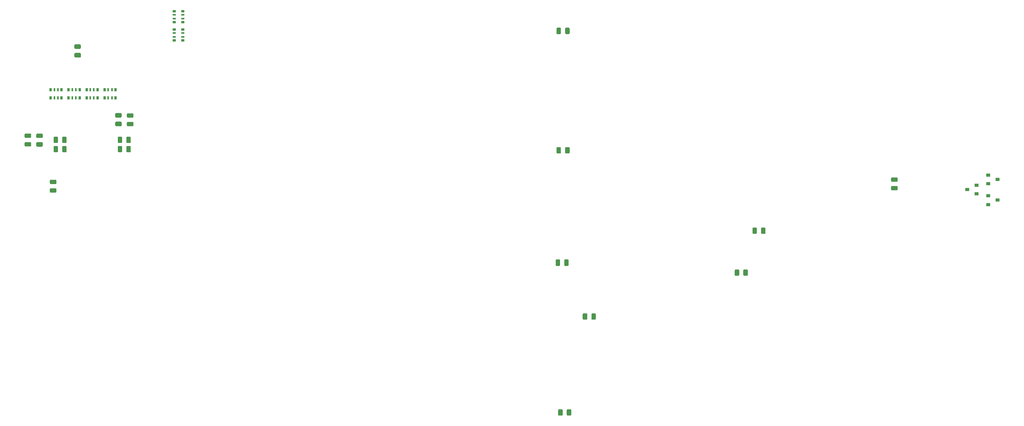
<source format=gbr>
G04 #@! TF.GenerationSoftware,KiCad,Pcbnew,(5.1.5)-3*
G04 #@! TF.CreationDate,2020-09-26T10:43:14+02:00*
G04 #@! TF.ProjectId,968,3936382e-6b69-4636-9164-5f7063625858,rev?*
G04 #@! TF.SameCoordinates,Original*
G04 #@! TF.FileFunction,Paste,Bot*
G04 #@! TF.FilePolarity,Positive*
%FSLAX46Y46*%
G04 Gerber Fmt 4.6, Leading zero omitted, Abs format (unit mm)*
G04 Created by KiCad (PCBNEW (5.1.5)-3) date 2020-09-26 10:43:14*
%MOMM*%
%LPD*%
G04 APERTURE LIST*
%ADD10C,0.100000*%
%ADD11R,0.900000X0.800000*%
%ADD12R,0.800000X0.500000*%
%ADD13R,0.800000X0.400000*%
%ADD14R,0.500000X0.800000*%
%ADD15R,0.400000X0.800000*%
G04 APERTURE END LIST*
D10*
G36*
X46581142Y-92096674D02*
G01*
X46604803Y-92100184D01*
X46628007Y-92105996D01*
X46650529Y-92114054D01*
X46672153Y-92124282D01*
X46692670Y-92136579D01*
X46711883Y-92150829D01*
X46729607Y-92166893D01*
X46745671Y-92184617D01*
X46759921Y-92203830D01*
X46772218Y-92224347D01*
X46782446Y-92245971D01*
X46790504Y-92268493D01*
X46796316Y-92291697D01*
X46799826Y-92315358D01*
X46801000Y-92339250D01*
X46801000Y-92826750D01*
X46799826Y-92850642D01*
X46796316Y-92874303D01*
X46790504Y-92897507D01*
X46782446Y-92920029D01*
X46772218Y-92941653D01*
X46759921Y-92962170D01*
X46745671Y-92981383D01*
X46729607Y-92999107D01*
X46711883Y-93015171D01*
X46692670Y-93029421D01*
X46672153Y-93041718D01*
X46650529Y-93051946D01*
X46628007Y-93060004D01*
X46604803Y-93065816D01*
X46581142Y-93069326D01*
X46557250Y-93070500D01*
X45644750Y-93070500D01*
X45620858Y-93069326D01*
X45597197Y-93065816D01*
X45573993Y-93060004D01*
X45551471Y-93051946D01*
X45529847Y-93041718D01*
X45509330Y-93029421D01*
X45490117Y-93015171D01*
X45472393Y-92999107D01*
X45456329Y-92981383D01*
X45442079Y-92962170D01*
X45429782Y-92941653D01*
X45419554Y-92920029D01*
X45411496Y-92897507D01*
X45405684Y-92874303D01*
X45402174Y-92850642D01*
X45401000Y-92826750D01*
X45401000Y-92339250D01*
X45402174Y-92315358D01*
X45405684Y-92291697D01*
X45411496Y-92268493D01*
X45419554Y-92245971D01*
X45429782Y-92224347D01*
X45442079Y-92203830D01*
X45456329Y-92184617D01*
X45472393Y-92166893D01*
X45490117Y-92150829D01*
X45509330Y-92136579D01*
X45529847Y-92124282D01*
X45551471Y-92114054D01*
X45573993Y-92105996D01*
X45597197Y-92100184D01*
X45620858Y-92096674D01*
X45644750Y-92095500D01*
X46557250Y-92095500D01*
X46581142Y-92096674D01*
G37*
G36*
X46581142Y-90221674D02*
G01*
X46604803Y-90225184D01*
X46628007Y-90230996D01*
X46650529Y-90239054D01*
X46672153Y-90249282D01*
X46692670Y-90261579D01*
X46711883Y-90275829D01*
X46729607Y-90291893D01*
X46745671Y-90309617D01*
X46759921Y-90328830D01*
X46772218Y-90349347D01*
X46782446Y-90370971D01*
X46790504Y-90393493D01*
X46796316Y-90416697D01*
X46799826Y-90440358D01*
X46801000Y-90464250D01*
X46801000Y-90951750D01*
X46799826Y-90975642D01*
X46796316Y-90999303D01*
X46790504Y-91022507D01*
X46782446Y-91045029D01*
X46772218Y-91066653D01*
X46759921Y-91087170D01*
X46745671Y-91106383D01*
X46729607Y-91124107D01*
X46711883Y-91140171D01*
X46692670Y-91154421D01*
X46672153Y-91166718D01*
X46650529Y-91176946D01*
X46628007Y-91185004D01*
X46604803Y-91190816D01*
X46581142Y-91194326D01*
X46557250Y-91195500D01*
X45644750Y-91195500D01*
X45620858Y-91194326D01*
X45597197Y-91190816D01*
X45573993Y-91185004D01*
X45551471Y-91176946D01*
X45529847Y-91166718D01*
X45509330Y-91154421D01*
X45490117Y-91140171D01*
X45472393Y-91124107D01*
X45456329Y-91106383D01*
X45442079Y-91087170D01*
X45429782Y-91066653D01*
X45419554Y-91045029D01*
X45411496Y-91022507D01*
X45405684Y-90999303D01*
X45402174Y-90975642D01*
X45401000Y-90951750D01*
X45401000Y-90464250D01*
X45402174Y-90440358D01*
X45405684Y-90416697D01*
X45411496Y-90393493D01*
X45419554Y-90370971D01*
X45429782Y-90349347D01*
X45442079Y-90328830D01*
X45456329Y-90309617D01*
X45472393Y-90291893D01*
X45490117Y-90275829D01*
X45509330Y-90261579D01*
X45529847Y-90249282D01*
X45551471Y-90239054D01*
X45573993Y-90230996D01*
X45597197Y-90225184D01*
X45620858Y-90221674D01*
X45644750Y-90220500D01*
X46557250Y-90220500D01*
X46581142Y-90221674D01*
G37*
D11*
X251682000Y-94681000D03*
X249682000Y-93731000D03*
X249682000Y-95631000D03*
X245142000Y-92390000D03*
X247142000Y-93340000D03*
X247142000Y-91440000D03*
X251714000Y-90170000D03*
X249714000Y-89220000D03*
X249714000Y-91120000D03*
D10*
G36*
X200976142Y-100647174D02*
G01*
X200999803Y-100650684D01*
X201023007Y-100656496D01*
X201045529Y-100664554D01*
X201067153Y-100674782D01*
X201087670Y-100687079D01*
X201106883Y-100701329D01*
X201124607Y-100717393D01*
X201140671Y-100735117D01*
X201154921Y-100754330D01*
X201167218Y-100774847D01*
X201177446Y-100796471D01*
X201185504Y-100818993D01*
X201191316Y-100842197D01*
X201194826Y-100865858D01*
X201196000Y-100889750D01*
X201196000Y-101802250D01*
X201194826Y-101826142D01*
X201191316Y-101849803D01*
X201185504Y-101873007D01*
X201177446Y-101895529D01*
X201167218Y-101917153D01*
X201154921Y-101937670D01*
X201140671Y-101956883D01*
X201124607Y-101974607D01*
X201106883Y-101990671D01*
X201087670Y-102004921D01*
X201067153Y-102017218D01*
X201045529Y-102027446D01*
X201023007Y-102035504D01*
X200999803Y-102041316D01*
X200976142Y-102044826D01*
X200952250Y-102046000D01*
X200464750Y-102046000D01*
X200440858Y-102044826D01*
X200417197Y-102041316D01*
X200393993Y-102035504D01*
X200371471Y-102027446D01*
X200349847Y-102017218D01*
X200329330Y-102004921D01*
X200310117Y-101990671D01*
X200292393Y-101974607D01*
X200276329Y-101956883D01*
X200262079Y-101937670D01*
X200249782Y-101917153D01*
X200239554Y-101895529D01*
X200231496Y-101873007D01*
X200225684Y-101849803D01*
X200222174Y-101826142D01*
X200221000Y-101802250D01*
X200221000Y-100889750D01*
X200222174Y-100865858D01*
X200225684Y-100842197D01*
X200231496Y-100818993D01*
X200239554Y-100796471D01*
X200249782Y-100774847D01*
X200262079Y-100754330D01*
X200276329Y-100735117D01*
X200292393Y-100717393D01*
X200310117Y-100701329D01*
X200329330Y-100687079D01*
X200349847Y-100674782D01*
X200371471Y-100664554D01*
X200393993Y-100656496D01*
X200417197Y-100650684D01*
X200440858Y-100647174D01*
X200464750Y-100646000D01*
X200952250Y-100646000D01*
X200976142Y-100647174D01*
G37*
G36*
X199101142Y-100647174D02*
G01*
X199124803Y-100650684D01*
X199148007Y-100656496D01*
X199170529Y-100664554D01*
X199192153Y-100674782D01*
X199212670Y-100687079D01*
X199231883Y-100701329D01*
X199249607Y-100717393D01*
X199265671Y-100735117D01*
X199279921Y-100754330D01*
X199292218Y-100774847D01*
X199302446Y-100796471D01*
X199310504Y-100818993D01*
X199316316Y-100842197D01*
X199319826Y-100865858D01*
X199321000Y-100889750D01*
X199321000Y-101802250D01*
X199319826Y-101826142D01*
X199316316Y-101849803D01*
X199310504Y-101873007D01*
X199302446Y-101895529D01*
X199292218Y-101917153D01*
X199279921Y-101937670D01*
X199265671Y-101956883D01*
X199249607Y-101974607D01*
X199231883Y-101990671D01*
X199212670Y-102004921D01*
X199192153Y-102017218D01*
X199170529Y-102027446D01*
X199148007Y-102035504D01*
X199124803Y-102041316D01*
X199101142Y-102044826D01*
X199077250Y-102046000D01*
X198589750Y-102046000D01*
X198565858Y-102044826D01*
X198542197Y-102041316D01*
X198518993Y-102035504D01*
X198496471Y-102027446D01*
X198474847Y-102017218D01*
X198454330Y-102004921D01*
X198435117Y-101990671D01*
X198417393Y-101974607D01*
X198401329Y-101956883D01*
X198387079Y-101937670D01*
X198374782Y-101917153D01*
X198364554Y-101895529D01*
X198356496Y-101873007D01*
X198350684Y-101849803D01*
X198347174Y-101826142D01*
X198346000Y-101802250D01*
X198346000Y-100889750D01*
X198347174Y-100865858D01*
X198350684Y-100842197D01*
X198356496Y-100818993D01*
X198364554Y-100796471D01*
X198374782Y-100774847D01*
X198387079Y-100754330D01*
X198401329Y-100735117D01*
X198417393Y-100717393D01*
X198435117Y-100701329D01*
X198454330Y-100687079D01*
X198474847Y-100674782D01*
X198496471Y-100664554D01*
X198518993Y-100656496D01*
X198542197Y-100650684D01*
X198565858Y-100647174D01*
X198589750Y-100646000D01*
X199077250Y-100646000D01*
X199101142Y-100647174D01*
G37*
G36*
X195242642Y-109791174D02*
G01*
X195266303Y-109794684D01*
X195289507Y-109800496D01*
X195312029Y-109808554D01*
X195333653Y-109818782D01*
X195354170Y-109831079D01*
X195373383Y-109845329D01*
X195391107Y-109861393D01*
X195407171Y-109879117D01*
X195421421Y-109898330D01*
X195433718Y-109918847D01*
X195443946Y-109940471D01*
X195452004Y-109962993D01*
X195457816Y-109986197D01*
X195461326Y-110009858D01*
X195462500Y-110033750D01*
X195462500Y-110946250D01*
X195461326Y-110970142D01*
X195457816Y-110993803D01*
X195452004Y-111017007D01*
X195443946Y-111039529D01*
X195433718Y-111061153D01*
X195421421Y-111081670D01*
X195407171Y-111100883D01*
X195391107Y-111118607D01*
X195373383Y-111134671D01*
X195354170Y-111148921D01*
X195333653Y-111161218D01*
X195312029Y-111171446D01*
X195289507Y-111179504D01*
X195266303Y-111185316D01*
X195242642Y-111188826D01*
X195218750Y-111190000D01*
X194731250Y-111190000D01*
X194707358Y-111188826D01*
X194683697Y-111185316D01*
X194660493Y-111179504D01*
X194637971Y-111171446D01*
X194616347Y-111161218D01*
X194595830Y-111148921D01*
X194576617Y-111134671D01*
X194558893Y-111118607D01*
X194542829Y-111100883D01*
X194528579Y-111081670D01*
X194516282Y-111061153D01*
X194506054Y-111039529D01*
X194497996Y-111017007D01*
X194492184Y-110993803D01*
X194488674Y-110970142D01*
X194487500Y-110946250D01*
X194487500Y-110033750D01*
X194488674Y-110009858D01*
X194492184Y-109986197D01*
X194497996Y-109962993D01*
X194506054Y-109940471D01*
X194516282Y-109918847D01*
X194528579Y-109898330D01*
X194542829Y-109879117D01*
X194558893Y-109861393D01*
X194576617Y-109845329D01*
X194595830Y-109831079D01*
X194616347Y-109818782D01*
X194637971Y-109808554D01*
X194660493Y-109800496D01*
X194683697Y-109794684D01*
X194707358Y-109791174D01*
X194731250Y-109790000D01*
X195218750Y-109790000D01*
X195242642Y-109791174D01*
G37*
G36*
X197117642Y-109791174D02*
G01*
X197141303Y-109794684D01*
X197164507Y-109800496D01*
X197187029Y-109808554D01*
X197208653Y-109818782D01*
X197229170Y-109831079D01*
X197248383Y-109845329D01*
X197266107Y-109861393D01*
X197282171Y-109879117D01*
X197296421Y-109898330D01*
X197308718Y-109918847D01*
X197318946Y-109940471D01*
X197327004Y-109962993D01*
X197332816Y-109986197D01*
X197336326Y-110009858D01*
X197337500Y-110033750D01*
X197337500Y-110946250D01*
X197336326Y-110970142D01*
X197332816Y-110993803D01*
X197327004Y-111017007D01*
X197318946Y-111039529D01*
X197308718Y-111061153D01*
X197296421Y-111081670D01*
X197282171Y-111100883D01*
X197266107Y-111118607D01*
X197248383Y-111134671D01*
X197229170Y-111148921D01*
X197208653Y-111161218D01*
X197187029Y-111171446D01*
X197164507Y-111179504D01*
X197141303Y-111185316D01*
X197117642Y-111188826D01*
X197093750Y-111190000D01*
X196606250Y-111190000D01*
X196582358Y-111188826D01*
X196558697Y-111185316D01*
X196535493Y-111179504D01*
X196512971Y-111171446D01*
X196491347Y-111161218D01*
X196470830Y-111148921D01*
X196451617Y-111134671D01*
X196433893Y-111118607D01*
X196417829Y-111100883D01*
X196403579Y-111081670D01*
X196391282Y-111061153D01*
X196381054Y-111039529D01*
X196372996Y-111017007D01*
X196367184Y-110993803D01*
X196363674Y-110970142D01*
X196362500Y-110946250D01*
X196362500Y-110033750D01*
X196363674Y-110009858D01*
X196367184Y-109986197D01*
X196372996Y-109962993D01*
X196381054Y-109940471D01*
X196391282Y-109918847D01*
X196403579Y-109898330D01*
X196417829Y-109879117D01*
X196433893Y-109861393D01*
X196451617Y-109845329D01*
X196470830Y-109831079D01*
X196491347Y-109818782D01*
X196512971Y-109808554D01*
X196535493Y-109800496D01*
X196558697Y-109794684D01*
X196582358Y-109791174D01*
X196606250Y-109790000D01*
X197093750Y-109790000D01*
X197117642Y-109791174D01*
G37*
D12*
X72495000Y-55880000D03*
D13*
X72495000Y-54280000D03*
X72495000Y-55080000D03*
D12*
X72495000Y-53480000D03*
D13*
X74295000Y-55080000D03*
D12*
X74295000Y-55880000D03*
D13*
X74295000Y-54280000D03*
D12*
X74295000Y-53480000D03*
X72495000Y-59874000D03*
D13*
X72495000Y-58274000D03*
X72495000Y-59074000D03*
D12*
X72495000Y-57474000D03*
D13*
X74295000Y-59074000D03*
D12*
X74295000Y-59874000D03*
D13*
X74295000Y-58274000D03*
D12*
X74295000Y-57474000D03*
D10*
G36*
X51915142Y-60727674D02*
G01*
X51938803Y-60731184D01*
X51962007Y-60736996D01*
X51984529Y-60745054D01*
X52006153Y-60755282D01*
X52026670Y-60767579D01*
X52045883Y-60781829D01*
X52063607Y-60797893D01*
X52079671Y-60815617D01*
X52093921Y-60834830D01*
X52106218Y-60855347D01*
X52116446Y-60876971D01*
X52124504Y-60899493D01*
X52130316Y-60922697D01*
X52133826Y-60946358D01*
X52135000Y-60970250D01*
X52135000Y-61457750D01*
X52133826Y-61481642D01*
X52130316Y-61505303D01*
X52124504Y-61528507D01*
X52116446Y-61551029D01*
X52106218Y-61572653D01*
X52093921Y-61593170D01*
X52079671Y-61612383D01*
X52063607Y-61630107D01*
X52045883Y-61646171D01*
X52026670Y-61660421D01*
X52006153Y-61672718D01*
X51984529Y-61682946D01*
X51962007Y-61691004D01*
X51938803Y-61696816D01*
X51915142Y-61700326D01*
X51891250Y-61701500D01*
X50978750Y-61701500D01*
X50954858Y-61700326D01*
X50931197Y-61696816D01*
X50907993Y-61691004D01*
X50885471Y-61682946D01*
X50863847Y-61672718D01*
X50843330Y-61660421D01*
X50824117Y-61646171D01*
X50806393Y-61630107D01*
X50790329Y-61612383D01*
X50776079Y-61593170D01*
X50763782Y-61572653D01*
X50753554Y-61551029D01*
X50745496Y-61528507D01*
X50739684Y-61505303D01*
X50736174Y-61481642D01*
X50735000Y-61457750D01*
X50735000Y-60970250D01*
X50736174Y-60946358D01*
X50739684Y-60922697D01*
X50745496Y-60899493D01*
X50753554Y-60876971D01*
X50763782Y-60855347D01*
X50776079Y-60834830D01*
X50790329Y-60815617D01*
X50806393Y-60797893D01*
X50824117Y-60781829D01*
X50843330Y-60767579D01*
X50863847Y-60755282D01*
X50885471Y-60745054D01*
X50907993Y-60736996D01*
X50931197Y-60731184D01*
X50954858Y-60727674D01*
X50978750Y-60726500D01*
X51891250Y-60726500D01*
X51915142Y-60727674D01*
G37*
G36*
X51915142Y-62602674D02*
G01*
X51938803Y-62606184D01*
X51962007Y-62611996D01*
X51984529Y-62620054D01*
X52006153Y-62630282D01*
X52026670Y-62642579D01*
X52045883Y-62656829D01*
X52063607Y-62672893D01*
X52079671Y-62690617D01*
X52093921Y-62709830D01*
X52106218Y-62730347D01*
X52116446Y-62751971D01*
X52124504Y-62774493D01*
X52130316Y-62797697D01*
X52133826Y-62821358D01*
X52135000Y-62845250D01*
X52135000Y-63332750D01*
X52133826Y-63356642D01*
X52130316Y-63380303D01*
X52124504Y-63403507D01*
X52116446Y-63426029D01*
X52106218Y-63447653D01*
X52093921Y-63468170D01*
X52079671Y-63487383D01*
X52063607Y-63505107D01*
X52045883Y-63521171D01*
X52026670Y-63535421D01*
X52006153Y-63547718D01*
X51984529Y-63557946D01*
X51962007Y-63566004D01*
X51938803Y-63571816D01*
X51915142Y-63575326D01*
X51891250Y-63576500D01*
X50978750Y-63576500D01*
X50954858Y-63575326D01*
X50931197Y-63571816D01*
X50907993Y-63566004D01*
X50885471Y-63557946D01*
X50863847Y-63547718D01*
X50843330Y-63535421D01*
X50824117Y-63521171D01*
X50806393Y-63505107D01*
X50790329Y-63487383D01*
X50776079Y-63468170D01*
X50763782Y-63447653D01*
X50753554Y-63426029D01*
X50745496Y-63403507D01*
X50739684Y-63380303D01*
X50736174Y-63356642D01*
X50735000Y-63332750D01*
X50735000Y-62845250D01*
X50736174Y-62821358D01*
X50739684Y-62797697D01*
X50745496Y-62774493D01*
X50753554Y-62751971D01*
X50763782Y-62730347D01*
X50776079Y-62709830D01*
X50790329Y-62690617D01*
X50806393Y-62672893D01*
X50824117Y-62656829D01*
X50843330Y-62642579D01*
X50863847Y-62630282D01*
X50885471Y-62620054D01*
X50907993Y-62611996D01*
X50931197Y-62606184D01*
X50954858Y-62602674D01*
X50978750Y-62601500D01*
X51891250Y-62601500D01*
X51915142Y-62602674D01*
G37*
G36*
X229715142Y-89713674D02*
G01*
X229738803Y-89717184D01*
X229762007Y-89722996D01*
X229784529Y-89731054D01*
X229806153Y-89741282D01*
X229826670Y-89753579D01*
X229845883Y-89767829D01*
X229863607Y-89783893D01*
X229879671Y-89801617D01*
X229893921Y-89820830D01*
X229906218Y-89841347D01*
X229916446Y-89862971D01*
X229924504Y-89885493D01*
X229930316Y-89908697D01*
X229933826Y-89932358D01*
X229935000Y-89956250D01*
X229935000Y-90443750D01*
X229933826Y-90467642D01*
X229930316Y-90491303D01*
X229924504Y-90514507D01*
X229916446Y-90537029D01*
X229906218Y-90558653D01*
X229893921Y-90579170D01*
X229879671Y-90598383D01*
X229863607Y-90616107D01*
X229845883Y-90632171D01*
X229826670Y-90646421D01*
X229806153Y-90658718D01*
X229784529Y-90668946D01*
X229762007Y-90677004D01*
X229738803Y-90682816D01*
X229715142Y-90686326D01*
X229691250Y-90687500D01*
X228778750Y-90687500D01*
X228754858Y-90686326D01*
X228731197Y-90682816D01*
X228707993Y-90677004D01*
X228685471Y-90668946D01*
X228663847Y-90658718D01*
X228643330Y-90646421D01*
X228624117Y-90632171D01*
X228606393Y-90616107D01*
X228590329Y-90598383D01*
X228576079Y-90579170D01*
X228563782Y-90558653D01*
X228553554Y-90537029D01*
X228545496Y-90514507D01*
X228539684Y-90491303D01*
X228536174Y-90467642D01*
X228535000Y-90443750D01*
X228535000Y-89956250D01*
X228536174Y-89932358D01*
X228539684Y-89908697D01*
X228545496Y-89885493D01*
X228553554Y-89862971D01*
X228563782Y-89841347D01*
X228576079Y-89820830D01*
X228590329Y-89801617D01*
X228606393Y-89783893D01*
X228624117Y-89767829D01*
X228643330Y-89753579D01*
X228663847Y-89741282D01*
X228685471Y-89731054D01*
X228707993Y-89722996D01*
X228731197Y-89717184D01*
X228754858Y-89713674D01*
X228778750Y-89712500D01*
X229691250Y-89712500D01*
X229715142Y-89713674D01*
G37*
G36*
X229715142Y-91588674D02*
G01*
X229738803Y-91592184D01*
X229762007Y-91597996D01*
X229784529Y-91606054D01*
X229806153Y-91616282D01*
X229826670Y-91628579D01*
X229845883Y-91642829D01*
X229863607Y-91658893D01*
X229879671Y-91676617D01*
X229893921Y-91695830D01*
X229906218Y-91716347D01*
X229916446Y-91737971D01*
X229924504Y-91760493D01*
X229930316Y-91783697D01*
X229933826Y-91807358D01*
X229935000Y-91831250D01*
X229935000Y-92318750D01*
X229933826Y-92342642D01*
X229930316Y-92366303D01*
X229924504Y-92389507D01*
X229916446Y-92412029D01*
X229906218Y-92433653D01*
X229893921Y-92454170D01*
X229879671Y-92473383D01*
X229863607Y-92491107D01*
X229845883Y-92507171D01*
X229826670Y-92521421D01*
X229806153Y-92533718D01*
X229784529Y-92543946D01*
X229762007Y-92552004D01*
X229738803Y-92557816D01*
X229715142Y-92561326D01*
X229691250Y-92562500D01*
X228778750Y-92562500D01*
X228754858Y-92561326D01*
X228731197Y-92557816D01*
X228707993Y-92552004D01*
X228685471Y-92543946D01*
X228663847Y-92533718D01*
X228643330Y-92521421D01*
X228624117Y-92507171D01*
X228606393Y-92491107D01*
X228590329Y-92473383D01*
X228576079Y-92454170D01*
X228563782Y-92433653D01*
X228553554Y-92412029D01*
X228545496Y-92389507D01*
X228539684Y-92366303D01*
X228536174Y-92342642D01*
X228535000Y-92318750D01*
X228535000Y-91831250D01*
X228536174Y-91807358D01*
X228539684Y-91783697D01*
X228545496Y-91760493D01*
X228553554Y-91737971D01*
X228563782Y-91716347D01*
X228576079Y-91695830D01*
X228590329Y-91676617D01*
X228606393Y-91658893D01*
X228624117Y-91642829D01*
X228643330Y-91628579D01*
X228663847Y-91616282D01*
X228685471Y-91606054D01*
X228707993Y-91597996D01*
X228731197Y-91592184D01*
X228754858Y-91588674D01*
X228778750Y-91587500D01*
X229691250Y-91587500D01*
X229715142Y-91588674D01*
G37*
D14*
X57290000Y-70590000D03*
D15*
X58890000Y-70590000D03*
X58090000Y-70590000D03*
D14*
X59690000Y-70590000D03*
D15*
X58090000Y-72390000D03*
D14*
X57290000Y-72390000D03*
D15*
X58890000Y-72390000D03*
D14*
X59690000Y-72390000D03*
X55778332Y-72390000D03*
D15*
X54978332Y-72390000D03*
D14*
X53378332Y-72390000D03*
D15*
X54178332Y-72390000D03*
D14*
X55778332Y-70590000D03*
D15*
X54178332Y-70590000D03*
X54978332Y-70590000D03*
D14*
X53378332Y-70590000D03*
X51866666Y-72390000D03*
D15*
X51066666Y-72390000D03*
D14*
X49466666Y-72390000D03*
D15*
X50266666Y-72390000D03*
D14*
X51866666Y-70590000D03*
D15*
X50266666Y-70590000D03*
X51066666Y-70590000D03*
D14*
X49466666Y-70590000D03*
X45555000Y-70590000D03*
D15*
X47155000Y-70590000D03*
X46355000Y-70590000D03*
D14*
X47955000Y-70590000D03*
D15*
X46355000Y-72390000D03*
D14*
X45555000Y-72390000D03*
D15*
X47155000Y-72390000D03*
D14*
X47955000Y-72390000D03*
D10*
G36*
X164031243Y-119351997D02*
G01*
X164054904Y-119355507D01*
X164078108Y-119361319D01*
X164100630Y-119369377D01*
X164122254Y-119379605D01*
X164142771Y-119391902D01*
X164161984Y-119406152D01*
X164179708Y-119422216D01*
X164195772Y-119439940D01*
X164210022Y-119459153D01*
X164222319Y-119479670D01*
X164232547Y-119501294D01*
X164240605Y-119523816D01*
X164246417Y-119547020D01*
X164249927Y-119570681D01*
X164251101Y-119594573D01*
X164251101Y-120507073D01*
X164249927Y-120530965D01*
X164246417Y-120554626D01*
X164240605Y-120577830D01*
X164232547Y-120600352D01*
X164222319Y-120621976D01*
X164210022Y-120642493D01*
X164195772Y-120661706D01*
X164179708Y-120679430D01*
X164161984Y-120695494D01*
X164142771Y-120709744D01*
X164122254Y-120722041D01*
X164100630Y-120732269D01*
X164078108Y-120740327D01*
X164054904Y-120746139D01*
X164031243Y-120749649D01*
X164007351Y-120750823D01*
X163519851Y-120750823D01*
X163495959Y-120749649D01*
X163472298Y-120746139D01*
X163449094Y-120740327D01*
X163426572Y-120732269D01*
X163404948Y-120722041D01*
X163384431Y-120709744D01*
X163365218Y-120695494D01*
X163347494Y-120679430D01*
X163331430Y-120661706D01*
X163317180Y-120642493D01*
X163304883Y-120621976D01*
X163294655Y-120600352D01*
X163286597Y-120577830D01*
X163280785Y-120554626D01*
X163277275Y-120530965D01*
X163276101Y-120507073D01*
X163276101Y-119594573D01*
X163277275Y-119570681D01*
X163280785Y-119547020D01*
X163286597Y-119523816D01*
X163294655Y-119501294D01*
X163304883Y-119479670D01*
X163317180Y-119459153D01*
X163331430Y-119439940D01*
X163347494Y-119422216D01*
X163365218Y-119406152D01*
X163384431Y-119391902D01*
X163404948Y-119379605D01*
X163426572Y-119369377D01*
X163449094Y-119361319D01*
X163472298Y-119355507D01*
X163495959Y-119351997D01*
X163519851Y-119350823D01*
X164007351Y-119350823D01*
X164031243Y-119351997D01*
G37*
G36*
X162156243Y-119351997D02*
G01*
X162179904Y-119355507D01*
X162203108Y-119361319D01*
X162225630Y-119369377D01*
X162247254Y-119379605D01*
X162267771Y-119391902D01*
X162286984Y-119406152D01*
X162304708Y-119422216D01*
X162320772Y-119439940D01*
X162335022Y-119459153D01*
X162347319Y-119479670D01*
X162357547Y-119501294D01*
X162365605Y-119523816D01*
X162371417Y-119547020D01*
X162374927Y-119570681D01*
X162376101Y-119594573D01*
X162376101Y-120507073D01*
X162374927Y-120530965D01*
X162371417Y-120554626D01*
X162365605Y-120577830D01*
X162357547Y-120600352D01*
X162347319Y-120621976D01*
X162335022Y-120642493D01*
X162320772Y-120661706D01*
X162304708Y-120679430D01*
X162286984Y-120695494D01*
X162267771Y-120709744D01*
X162247254Y-120722041D01*
X162225630Y-120732269D01*
X162203108Y-120740327D01*
X162179904Y-120746139D01*
X162156243Y-120749649D01*
X162132351Y-120750823D01*
X161644851Y-120750823D01*
X161620959Y-120749649D01*
X161597298Y-120746139D01*
X161574094Y-120740327D01*
X161551572Y-120732269D01*
X161529948Y-120722041D01*
X161509431Y-120709744D01*
X161490218Y-120695494D01*
X161472494Y-120679430D01*
X161456430Y-120661706D01*
X161442180Y-120642493D01*
X161429883Y-120621976D01*
X161419655Y-120600352D01*
X161411597Y-120577830D01*
X161405785Y-120554626D01*
X161402275Y-120530965D01*
X161401101Y-120507073D01*
X161401101Y-119594573D01*
X161402275Y-119570681D01*
X161405785Y-119547020D01*
X161411597Y-119523816D01*
X161419655Y-119501294D01*
X161429883Y-119479670D01*
X161442180Y-119459153D01*
X161456430Y-119439940D01*
X161472494Y-119422216D01*
X161490218Y-119406152D01*
X161509431Y-119391902D01*
X161529948Y-119379605D01*
X161551572Y-119369377D01*
X161574094Y-119361319D01*
X161597298Y-119355507D01*
X161620959Y-119351997D01*
X161644851Y-119350823D01*
X162132351Y-119350823D01*
X162156243Y-119351997D01*
G37*
G36*
X63345142Y-77618490D02*
G01*
X63368803Y-77622000D01*
X63392007Y-77627812D01*
X63414529Y-77635870D01*
X63436153Y-77646098D01*
X63456670Y-77658395D01*
X63475883Y-77672645D01*
X63493607Y-77688709D01*
X63509671Y-77706433D01*
X63523921Y-77725646D01*
X63536218Y-77746163D01*
X63546446Y-77767787D01*
X63554504Y-77790309D01*
X63560316Y-77813513D01*
X63563826Y-77837174D01*
X63565000Y-77861066D01*
X63565000Y-78348566D01*
X63563826Y-78372458D01*
X63560316Y-78396119D01*
X63554504Y-78419323D01*
X63546446Y-78441845D01*
X63536218Y-78463469D01*
X63523921Y-78483986D01*
X63509671Y-78503199D01*
X63493607Y-78520923D01*
X63475883Y-78536987D01*
X63456670Y-78551237D01*
X63436153Y-78563534D01*
X63414529Y-78573762D01*
X63392007Y-78581820D01*
X63368803Y-78587632D01*
X63345142Y-78591142D01*
X63321250Y-78592316D01*
X62408750Y-78592316D01*
X62384858Y-78591142D01*
X62361197Y-78587632D01*
X62337993Y-78581820D01*
X62315471Y-78573762D01*
X62293847Y-78563534D01*
X62273330Y-78551237D01*
X62254117Y-78536987D01*
X62236393Y-78520923D01*
X62220329Y-78503199D01*
X62206079Y-78483986D01*
X62193782Y-78463469D01*
X62183554Y-78441845D01*
X62175496Y-78419323D01*
X62169684Y-78396119D01*
X62166174Y-78372458D01*
X62165000Y-78348566D01*
X62165000Y-77861066D01*
X62166174Y-77837174D01*
X62169684Y-77813513D01*
X62175496Y-77790309D01*
X62183554Y-77767787D01*
X62193782Y-77746163D01*
X62206079Y-77725646D01*
X62220329Y-77706433D01*
X62236393Y-77688709D01*
X62254117Y-77672645D01*
X62273330Y-77658395D01*
X62293847Y-77646098D01*
X62315471Y-77635870D01*
X62337993Y-77627812D01*
X62361197Y-77622000D01*
X62384858Y-77618490D01*
X62408750Y-77617316D01*
X63321250Y-77617316D01*
X63345142Y-77618490D01*
G37*
G36*
X63345142Y-75743490D02*
G01*
X63368803Y-75747000D01*
X63392007Y-75752812D01*
X63414529Y-75760870D01*
X63436153Y-75771098D01*
X63456670Y-75783395D01*
X63475883Y-75797645D01*
X63493607Y-75813709D01*
X63509671Y-75831433D01*
X63523921Y-75850646D01*
X63536218Y-75871163D01*
X63546446Y-75892787D01*
X63554504Y-75915309D01*
X63560316Y-75938513D01*
X63563826Y-75962174D01*
X63565000Y-75986066D01*
X63565000Y-76473566D01*
X63563826Y-76497458D01*
X63560316Y-76521119D01*
X63554504Y-76544323D01*
X63546446Y-76566845D01*
X63536218Y-76588469D01*
X63523921Y-76608986D01*
X63509671Y-76628199D01*
X63493607Y-76645923D01*
X63475883Y-76661987D01*
X63456670Y-76676237D01*
X63436153Y-76688534D01*
X63414529Y-76698762D01*
X63392007Y-76706820D01*
X63368803Y-76712632D01*
X63345142Y-76716142D01*
X63321250Y-76717316D01*
X62408750Y-76717316D01*
X62384858Y-76716142D01*
X62361197Y-76712632D01*
X62337993Y-76706820D01*
X62315471Y-76698762D01*
X62293847Y-76688534D01*
X62273330Y-76676237D01*
X62254117Y-76661987D01*
X62236393Y-76645923D01*
X62220329Y-76628199D01*
X62206079Y-76608986D01*
X62193782Y-76588469D01*
X62183554Y-76566845D01*
X62175496Y-76544323D01*
X62169684Y-76521119D01*
X62166174Y-76497458D01*
X62165000Y-76473566D01*
X62165000Y-75986066D01*
X62166174Y-75962174D01*
X62169684Y-75938513D01*
X62175496Y-75915309D01*
X62183554Y-75892787D01*
X62193782Y-75871163D01*
X62206079Y-75850646D01*
X62220329Y-75831433D01*
X62236393Y-75813709D01*
X62254117Y-75797645D01*
X62273330Y-75783395D01*
X62293847Y-75771098D01*
X62315471Y-75760870D01*
X62337993Y-75752812D01*
X62361197Y-75747000D01*
X62384858Y-75743490D01*
X62408750Y-75742316D01*
X63321250Y-75742316D01*
X63345142Y-75743490D01*
G37*
G36*
X60805142Y-75713674D02*
G01*
X60828803Y-75717184D01*
X60852007Y-75722996D01*
X60874529Y-75731054D01*
X60896153Y-75741282D01*
X60916670Y-75753579D01*
X60935883Y-75767829D01*
X60953607Y-75783893D01*
X60969671Y-75801617D01*
X60983921Y-75820830D01*
X60996218Y-75841347D01*
X61006446Y-75862971D01*
X61014504Y-75885493D01*
X61020316Y-75908697D01*
X61023826Y-75932358D01*
X61025000Y-75956250D01*
X61025000Y-76443750D01*
X61023826Y-76467642D01*
X61020316Y-76491303D01*
X61014504Y-76514507D01*
X61006446Y-76537029D01*
X60996218Y-76558653D01*
X60983921Y-76579170D01*
X60969671Y-76598383D01*
X60953607Y-76616107D01*
X60935883Y-76632171D01*
X60916670Y-76646421D01*
X60896153Y-76658718D01*
X60874529Y-76668946D01*
X60852007Y-76677004D01*
X60828803Y-76682816D01*
X60805142Y-76686326D01*
X60781250Y-76687500D01*
X59868750Y-76687500D01*
X59844858Y-76686326D01*
X59821197Y-76682816D01*
X59797993Y-76677004D01*
X59775471Y-76668946D01*
X59753847Y-76658718D01*
X59733330Y-76646421D01*
X59714117Y-76632171D01*
X59696393Y-76616107D01*
X59680329Y-76598383D01*
X59666079Y-76579170D01*
X59653782Y-76558653D01*
X59643554Y-76537029D01*
X59635496Y-76514507D01*
X59629684Y-76491303D01*
X59626174Y-76467642D01*
X59625000Y-76443750D01*
X59625000Y-75956250D01*
X59626174Y-75932358D01*
X59629684Y-75908697D01*
X59635496Y-75885493D01*
X59643554Y-75862971D01*
X59653782Y-75841347D01*
X59666079Y-75820830D01*
X59680329Y-75801617D01*
X59696393Y-75783893D01*
X59714117Y-75767829D01*
X59733330Y-75753579D01*
X59753847Y-75741282D01*
X59775471Y-75731054D01*
X59797993Y-75722996D01*
X59821197Y-75717184D01*
X59844858Y-75713674D01*
X59868750Y-75712500D01*
X60781250Y-75712500D01*
X60805142Y-75713674D01*
G37*
G36*
X60805142Y-77588674D02*
G01*
X60828803Y-77592184D01*
X60852007Y-77597996D01*
X60874529Y-77606054D01*
X60896153Y-77616282D01*
X60916670Y-77628579D01*
X60935883Y-77642829D01*
X60953607Y-77658893D01*
X60969671Y-77676617D01*
X60983921Y-77695830D01*
X60996218Y-77716347D01*
X61006446Y-77737971D01*
X61014504Y-77760493D01*
X61020316Y-77783697D01*
X61023826Y-77807358D01*
X61025000Y-77831250D01*
X61025000Y-78318750D01*
X61023826Y-78342642D01*
X61020316Y-78366303D01*
X61014504Y-78389507D01*
X61006446Y-78412029D01*
X60996218Y-78433653D01*
X60983921Y-78454170D01*
X60969671Y-78473383D01*
X60953607Y-78491107D01*
X60935883Y-78507171D01*
X60916670Y-78521421D01*
X60896153Y-78533718D01*
X60874529Y-78543946D01*
X60852007Y-78552004D01*
X60828803Y-78557816D01*
X60805142Y-78561326D01*
X60781250Y-78562500D01*
X59868750Y-78562500D01*
X59844858Y-78561326D01*
X59821197Y-78557816D01*
X59797993Y-78552004D01*
X59775471Y-78543946D01*
X59753847Y-78533718D01*
X59733330Y-78521421D01*
X59714117Y-78507171D01*
X59696393Y-78491107D01*
X59680329Y-78473383D01*
X59666079Y-78454170D01*
X59653782Y-78433653D01*
X59643554Y-78412029D01*
X59635496Y-78389507D01*
X59629684Y-78366303D01*
X59626174Y-78342642D01*
X59625000Y-78318750D01*
X59625000Y-77831250D01*
X59626174Y-77807358D01*
X59629684Y-77783697D01*
X59635496Y-77760493D01*
X59643554Y-77737971D01*
X59653782Y-77716347D01*
X59666079Y-77695830D01*
X59680329Y-77676617D01*
X59696393Y-77658893D01*
X59714117Y-77642829D01*
X59733330Y-77628579D01*
X59753847Y-77616282D01*
X59775471Y-77606054D01*
X59797993Y-77597996D01*
X59821197Y-77592184D01*
X59844858Y-77588674D01*
X59868750Y-77587500D01*
X60781250Y-77587500D01*
X60805142Y-77588674D01*
G37*
G36*
X62800142Y-82867174D02*
G01*
X62823803Y-82870684D01*
X62847007Y-82876496D01*
X62869529Y-82884554D01*
X62891153Y-82894782D01*
X62911670Y-82907079D01*
X62930883Y-82921329D01*
X62948607Y-82937393D01*
X62964671Y-82955117D01*
X62978921Y-82974330D01*
X62991218Y-82994847D01*
X63001446Y-83016471D01*
X63009504Y-83038993D01*
X63015316Y-83062197D01*
X63018826Y-83085858D01*
X63020000Y-83109750D01*
X63020000Y-84022250D01*
X63018826Y-84046142D01*
X63015316Y-84069803D01*
X63009504Y-84093007D01*
X63001446Y-84115529D01*
X62991218Y-84137153D01*
X62978921Y-84157670D01*
X62964671Y-84176883D01*
X62948607Y-84194607D01*
X62930883Y-84210671D01*
X62911670Y-84224921D01*
X62891153Y-84237218D01*
X62869529Y-84247446D01*
X62847007Y-84255504D01*
X62823803Y-84261316D01*
X62800142Y-84264826D01*
X62776250Y-84266000D01*
X62288750Y-84266000D01*
X62264858Y-84264826D01*
X62241197Y-84261316D01*
X62217993Y-84255504D01*
X62195471Y-84247446D01*
X62173847Y-84237218D01*
X62153330Y-84224921D01*
X62134117Y-84210671D01*
X62116393Y-84194607D01*
X62100329Y-84176883D01*
X62086079Y-84157670D01*
X62073782Y-84137153D01*
X62063554Y-84115529D01*
X62055496Y-84093007D01*
X62049684Y-84069803D01*
X62046174Y-84046142D01*
X62045000Y-84022250D01*
X62045000Y-83109750D01*
X62046174Y-83085858D01*
X62049684Y-83062197D01*
X62055496Y-83038993D01*
X62063554Y-83016471D01*
X62073782Y-82994847D01*
X62086079Y-82974330D01*
X62100329Y-82955117D01*
X62116393Y-82937393D01*
X62134117Y-82921329D01*
X62153330Y-82907079D01*
X62173847Y-82894782D01*
X62195471Y-82884554D01*
X62217993Y-82876496D01*
X62241197Y-82870684D01*
X62264858Y-82867174D01*
X62288750Y-82866000D01*
X62776250Y-82866000D01*
X62800142Y-82867174D01*
G37*
G36*
X60925142Y-82867174D02*
G01*
X60948803Y-82870684D01*
X60972007Y-82876496D01*
X60994529Y-82884554D01*
X61016153Y-82894782D01*
X61036670Y-82907079D01*
X61055883Y-82921329D01*
X61073607Y-82937393D01*
X61089671Y-82955117D01*
X61103921Y-82974330D01*
X61116218Y-82994847D01*
X61126446Y-83016471D01*
X61134504Y-83038993D01*
X61140316Y-83062197D01*
X61143826Y-83085858D01*
X61145000Y-83109750D01*
X61145000Y-84022250D01*
X61143826Y-84046142D01*
X61140316Y-84069803D01*
X61134504Y-84093007D01*
X61126446Y-84115529D01*
X61116218Y-84137153D01*
X61103921Y-84157670D01*
X61089671Y-84176883D01*
X61073607Y-84194607D01*
X61055883Y-84210671D01*
X61036670Y-84224921D01*
X61016153Y-84237218D01*
X60994529Y-84247446D01*
X60972007Y-84255504D01*
X60948803Y-84261316D01*
X60925142Y-84264826D01*
X60901250Y-84266000D01*
X60413750Y-84266000D01*
X60389858Y-84264826D01*
X60366197Y-84261316D01*
X60342993Y-84255504D01*
X60320471Y-84247446D01*
X60298847Y-84237218D01*
X60278330Y-84224921D01*
X60259117Y-84210671D01*
X60241393Y-84194607D01*
X60225329Y-84176883D01*
X60211079Y-84157670D01*
X60198782Y-84137153D01*
X60188554Y-84115529D01*
X60180496Y-84093007D01*
X60174684Y-84069803D01*
X60171174Y-84046142D01*
X60170000Y-84022250D01*
X60170000Y-83109750D01*
X60171174Y-83085858D01*
X60174684Y-83062197D01*
X60180496Y-83038993D01*
X60188554Y-83016471D01*
X60198782Y-82994847D01*
X60211079Y-82974330D01*
X60225329Y-82955117D01*
X60241393Y-82937393D01*
X60259117Y-82921329D01*
X60278330Y-82907079D01*
X60298847Y-82894782D01*
X60320471Y-82884554D01*
X60342993Y-82876496D01*
X60366197Y-82870684D01*
X60389858Y-82867174D01*
X60413750Y-82866000D01*
X60901250Y-82866000D01*
X60925142Y-82867174D01*
G37*
G36*
X60925142Y-80835174D02*
G01*
X60948803Y-80838684D01*
X60972007Y-80844496D01*
X60994529Y-80852554D01*
X61016153Y-80862782D01*
X61036670Y-80875079D01*
X61055883Y-80889329D01*
X61073607Y-80905393D01*
X61089671Y-80923117D01*
X61103921Y-80942330D01*
X61116218Y-80962847D01*
X61126446Y-80984471D01*
X61134504Y-81006993D01*
X61140316Y-81030197D01*
X61143826Y-81053858D01*
X61145000Y-81077750D01*
X61145000Y-81990250D01*
X61143826Y-82014142D01*
X61140316Y-82037803D01*
X61134504Y-82061007D01*
X61126446Y-82083529D01*
X61116218Y-82105153D01*
X61103921Y-82125670D01*
X61089671Y-82144883D01*
X61073607Y-82162607D01*
X61055883Y-82178671D01*
X61036670Y-82192921D01*
X61016153Y-82205218D01*
X60994529Y-82215446D01*
X60972007Y-82223504D01*
X60948803Y-82229316D01*
X60925142Y-82232826D01*
X60901250Y-82234000D01*
X60413750Y-82234000D01*
X60389858Y-82232826D01*
X60366197Y-82229316D01*
X60342993Y-82223504D01*
X60320471Y-82215446D01*
X60298847Y-82205218D01*
X60278330Y-82192921D01*
X60259117Y-82178671D01*
X60241393Y-82162607D01*
X60225329Y-82144883D01*
X60211079Y-82125670D01*
X60198782Y-82105153D01*
X60188554Y-82083529D01*
X60180496Y-82061007D01*
X60174684Y-82037803D01*
X60171174Y-82014142D01*
X60170000Y-81990250D01*
X60170000Y-81077750D01*
X60171174Y-81053858D01*
X60174684Y-81030197D01*
X60180496Y-81006993D01*
X60188554Y-80984471D01*
X60198782Y-80962847D01*
X60211079Y-80942330D01*
X60225329Y-80923117D01*
X60241393Y-80905393D01*
X60259117Y-80889329D01*
X60278330Y-80875079D01*
X60298847Y-80862782D01*
X60320471Y-80852554D01*
X60342993Y-80844496D01*
X60366197Y-80838684D01*
X60389858Y-80835174D01*
X60413750Y-80834000D01*
X60901250Y-80834000D01*
X60925142Y-80835174D01*
G37*
G36*
X62800142Y-80835174D02*
G01*
X62823803Y-80838684D01*
X62847007Y-80844496D01*
X62869529Y-80852554D01*
X62891153Y-80862782D01*
X62911670Y-80875079D01*
X62930883Y-80889329D01*
X62948607Y-80905393D01*
X62964671Y-80923117D01*
X62978921Y-80942330D01*
X62991218Y-80962847D01*
X63001446Y-80984471D01*
X63009504Y-81006993D01*
X63015316Y-81030197D01*
X63018826Y-81053858D01*
X63020000Y-81077750D01*
X63020000Y-81990250D01*
X63018826Y-82014142D01*
X63015316Y-82037803D01*
X63009504Y-82061007D01*
X63001446Y-82083529D01*
X62991218Y-82105153D01*
X62978921Y-82125670D01*
X62964671Y-82144883D01*
X62948607Y-82162607D01*
X62930883Y-82178671D01*
X62911670Y-82192921D01*
X62891153Y-82205218D01*
X62869529Y-82215446D01*
X62847007Y-82223504D01*
X62823803Y-82229316D01*
X62800142Y-82232826D01*
X62776250Y-82234000D01*
X62288750Y-82234000D01*
X62264858Y-82232826D01*
X62241197Y-82229316D01*
X62217993Y-82223504D01*
X62195471Y-82215446D01*
X62173847Y-82205218D01*
X62153330Y-82192921D01*
X62134117Y-82178671D01*
X62116393Y-82162607D01*
X62100329Y-82144883D01*
X62086079Y-82125670D01*
X62073782Y-82105153D01*
X62063554Y-82083529D01*
X62055496Y-82061007D01*
X62049684Y-82037803D01*
X62046174Y-82014142D01*
X62045000Y-81990250D01*
X62045000Y-81077750D01*
X62046174Y-81053858D01*
X62049684Y-81030197D01*
X62055496Y-81006993D01*
X62063554Y-80984471D01*
X62073782Y-80962847D01*
X62086079Y-80942330D01*
X62100329Y-80923117D01*
X62116393Y-80905393D01*
X62134117Y-80889329D01*
X62153330Y-80875079D01*
X62173847Y-80862782D01*
X62195471Y-80852554D01*
X62217993Y-80844496D01*
X62241197Y-80838684D01*
X62264858Y-80835174D01*
X62288750Y-80834000D01*
X62776250Y-80834000D01*
X62800142Y-80835174D01*
G37*
G36*
X48830142Y-80835174D02*
G01*
X48853803Y-80838684D01*
X48877007Y-80844496D01*
X48899529Y-80852554D01*
X48921153Y-80862782D01*
X48941670Y-80875079D01*
X48960883Y-80889329D01*
X48978607Y-80905393D01*
X48994671Y-80923117D01*
X49008921Y-80942330D01*
X49021218Y-80962847D01*
X49031446Y-80984471D01*
X49039504Y-81006993D01*
X49045316Y-81030197D01*
X49048826Y-81053858D01*
X49050000Y-81077750D01*
X49050000Y-81990250D01*
X49048826Y-82014142D01*
X49045316Y-82037803D01*
X49039504Y-82061007D01*
X49031446Y-82083529D01*
X49021218Y-82105153D01*
X49008921Y-82125670D01*
X48994671Y-82144883D01*
X48978607Y-82162607D01*
X48960883Y-82178671D01*
X48941670Y-82192921D01*
X48921153Y-82205218D01*
X48899529Y-82215446D01*
X48877007Y-82223504D01*
X48853803Y-82229316D01*
X48830142Y-82232826D01*
X48806250Y-82234000D01*
X48318750Y-82234000D01*
X48294858Y-82232826D01*
X48271197Y-82229316D01*
X48247993Y-82223504D01*
X48225471Y-82215446D01*
X48203847Y-82205218D01*
X48183330Y-82192921D01*
X48164117Y-82178671D01*
X48146393Y-82162607D01*
X48130329Y-82144883D01*
X48116079Y-82125670D01*
X48103782Y-82105153D01*
X48093554Y-82083529D01*
X48085496Y-82061007D01*
X48079684Y-82037803D01*
X48076174Y-82014142D01*
X48075000Y-81990250D01*
X48075000Y-81077750D01*
X48076174Y-81053858D01*
X48079684Y-81030197D01*
X48085496Y-81006993D01*
X48093554Y-80984471D01*
X48103782Y-80962847D01*
X48116079Y-80942330D01*
X48130329Y-80923117D01*
X48146393Y-80905393D01*
X48164117Y-80889329D01*
X48183330Y-80875079D01*
X48203847Y-80862782D01*
X48225471Y-80852554D01*
X48247993Y-80844496D01*
X48271197Y-80838684D01*
X48294858Y-80835174D01*
X48318750Y-80834000D01*
X48806250Y-80834000D01*
X48830142Y-80835174D01*
G37*
G36*
X46955142Y-80835174D02*
G01*
X46978803Y-80838684D01*
X47002007Y-80844496D01*
X47024529Y-80852554D01*
X47046153Y-80862782D01*
X47066670Y-80875079D01*
X47085883Y-80889329D01*
X47103607Y-80905393D01*
X47119671Y-80923117D01*
X47133921Y-80942330D01*
X47146218Y-80962847D01*
X47156446Y-80984471D01*
X47164504Y-81006993D01*
X47170316Y-81030197D01*
X47173826Y-81053858D01*
X47175000Y-81077750D01*
X47175000Y-81990250D01*
X47173826Y-82014142D01*
X47170316Y-82037803D01*
X47164504Y-82061007D01*
X47156446Y-82083529D01*
X47146218Y-82105153D01*
X47133921Y-82125670D01*
X47119671Y-82144883D01*
X47103607Y-82162607D01*
X47085883Y-82178671D01*
X47066670Y-82192921D01*
X47046153Y-82205218D01*
X47024529Y-82215446D01*
X47002007Y-82223504D01*
X46978803Y-82229316D01*
X46955142Y-82232826D01*
X46931250Y-82234000D01*
X46443750Y-82234000D01*
X46419858Y-82232826D01*
X46396197Y-82229316D01*
X46372993Y-82223504D01*
X46350471Y-82215446D01*
X46328847Y-82205218D01*
X46308330Y-82192921D01*
X46289117Y-82178671D01*
X46271393Y-82162607D01*
X46255329Y-82144883D01*
X46241079Y-82125670D01*
X46228782Y-82105153D01*
X46218554Y-82083529D01*
X46210496Y-82061007D01*
X46204684Y-82037803D01*
X46201174Y-82014142D01*
X46200000Y-81990250D01*
X46200000Y-81077750D01*
X46201174Y-81053858D01*
X46204684Y-81030197D01*
X46210496Y-81006993D01*
X46218554Y-80984471D01*
X46228782Y-80962847D01*
X46241079Y-80942330D01*
X46255329Y-80923117D01*
X46271393Y-80905393D01*
X46289117Y-80889329D01*
X46308330Y-80875079D01*
X46328847Y-80862782D01*
X46350471Y-80852554D01*
X46372993Y-80844496D01*
X46396197Y-80838684D01*
X46419858Y-80835174D01*
X46443750Y-80834000D01*
X46931250Y-80834000D01*
X46955142Y-80835174D01*
G37*
G36*
X46955142Y-82867174D02*
G01*
X46978803Y-82870684D01*
X47002007Y-82876496D01*
X47024529Y-82884554D01*
X47046153Y-82894782D01*
X47066670Y-82907079D01*
X47085883Y-82921329D01*
X47103607Y-82937393D01*
X47119671Y-82955117D01*
X47133921Y-82974330D01*
X47146218Y-82994847D01*
X47156446Y-83016471D01*
X47164504Y-83038993D01*
X47170316Y-83062197D01*
X47173826Y-83085858D01*
X47175000Y-83109750D01*
X47175000Y-84022250D01*
X47173826Y-84046142D01*
X47170316Y-84069803D01*
X47164504Y-84093007D01*
X47156446Y-84115529D01*
X47146218Y-84137153D01*
X47133921Y-84157670D01*
X47119671Y-84176883D01*
X47103607Y-84194607D01*
X47085883Y-84210671D01*
X47066670Y-84224921D01*
X47046153Y-84237218D01*
X47024529Y-84247446D01*
X47002007Y-84255504D01*
X46978803Y-84261316D01*
X46955142Y-84264826D01*
X46931250Y-84266000D01*
X46443750Y-84266000D01*
X46419858Y-84264826D01*
X46396197Y-84261316D01*
X46372993Y-84255504D01*
X46350471Y-84247446D01*
X46328847Y-84237218D01*
X46308330Y-84224921D01*
X46289117Y-84210671D01*
X46271393Y-84194607D01*
X46255329Y-84176883D01*
X46241079Y-84157670D01*
X46228782Y-84137153D01*
X46218554Y-84115529D01*
X46210496Y-84093007D01*
X46204684Y-84069803D01*
X46201174Y-84046142D01*
X46200000Y-84022250D01*
X46200000Y-83109750D01*
X46201174Y-83085858D01*
X46204684Y-83062197D01*
X46210496Y-83038993D01*
X46218554Y-83016471D01*
X46228782Y-82994847D01*
X46241079Y-82974330D01*
X46255329Y-82955117D01*
X46271393Y-82937393D01*
X46289117Y-82921329D01*
X46308330Y-82907079D01*
X46328847Y-82894782D01*
X46350471Y-82884554D01*
X46372993Y-82876496D01*
X46396197Y-82870684D01*
X46419858Y-82867174D01*
X46443750Y-82866000D01*
X46931250Y-82866000D01*
X46955142Y-82867174D01*
G37*
G36*
X48830142Y-82867174D02*
G01*
X48853803Y-82870684D01*
X48877007Y-82876496D01*
X48899529Y-82884554D01*
X48921153Y-82894782D01*
X48941670Y-82907079D01*
X48960883Y-82921329D01*
X48978607Y-82937393D01*
X48994671Y-82955117D01*
X49008921Y-82974330D01*
X49021218Y-82994847D01*
X49031446Y-83016471D01*
X49039504Y-83038993D01*
X49045316Y-83062197D01*
X49048826Y-83085858D01*
X49050000Y-83109750D01*
X49050000Y-84022250D01*
X49048826Y-84046142D01*
X49045316Y-84069803D01*
X49039504Y-84093007D01*
X49031446Y-84115529D01*
X49021218Y-84137153D01*
X49008921Y-84157670D01*
X48994671Y-84176883D01*
X48978607Y-84194607D01*
X48960883Y-84210671D01*
X48941670Y-84224921D01*
X48921153Y-84237218D01*
X48899529Y-84247446D01*
X48877007Y-84255504D01*
X48853803Y-84261316D01*
X48830142Y-84264826D01*
X48806250Y-84266000D01*
X48318750Y-84266000D01*
X48294858Y-84264826D01*
X48271197Y-84261316D01*
X48247993Y-84255504D01*
X48225471Y-84247446D01*
X48203847Y-84237218D01*
X48183330Y-84224921D01*
X48164117Y-84210671D01*
X48146393Y-84194607D01*
X48130329Y-84176883D01*
X48116079Y-84157670D01*
X48103782Y-84137153D01*
X48093554Y-84115529D01*
X48085496Y-84093007D01*
X48079684Y-84069803D01*
X48076174Y-84046142D01*
X48075000Y-84022250D01*
X48075000Y-83109750D01*
X48076174Y-83085858D01*
X48079684Y-83062197D01*
X48085496Y-83038993D01*
X48093554Y-83016471D01*
X48103782Y-82994847D01*
X48116079Y-82974330D01*
X48130329Y-82955117D01*
X48146393Y-82937393D01*
X48164117Y-82921329D01*
X48183330Y-82907079D01*
X48203847Y-82894782D01*
X48225471Y-82884554D01*
X48247993Y-82876496D01*
X48271197Y-82870684D01*
X48294858Y-82867174D01*
X48318750Y-82866000D01*
X48806250Y-82866000D01*
X48830142Y-82867174D01*
G37*
G36*
X41076140Y-82013918D02*
G01*
X41099801Y-82017428D01*
X41123005Y-82023240D01*
X41145527Y-82031298D01*
X41167151Y-82041526D01*
X41187668Y-82053823D01*
X41206881Y-82068073D01*
X41224605Y-82084137D01*
X41240669Y-82101861D01*
X41254919Y-82121074D01*
X41267216Y-82141591D01*
X41277444Y-82163215D01*
X41285502Y-82185737D01*
X41291314Y-82208941D01*
X41294824Y-82232602D01*
X41295998Y-82256494D01*
X41295998Y-82743994D01*
X41294824Y-82767886D01*
X41291314Y-82791547D01*
X41285502Y-82814751D01*
X41277444Y-82837273D01*
X41267216Y-82858897D01*
X41254919Y-82879414D01*
X41240669Y-82898627D01*
X41224605Y-82916351D01*
X41206881Y-82932415D01*
X41187668Y-82946665D01*
X41167151Y-82958962D01*
X41145527Y-82969190D01*
X41123005Y-82977248D01*
X41099801Y-82983060D01*
X41076140Y-82986570D01*
X41052248Y-82987744D01*
X40139748Y-82987744D01*
X40115856Y-82986570D01*
X40092195Y-82983060D01*
X40068991Y-82977248D01*
X40046469Y-82969190D01*
X40024845Y-82958962D01*
X40004328Y-82946665D01*
X39985115Y-82932415D01*
X39967391Y-82916351D01*
X39951327Y-82898627D01*
X39937077Y-82879414D01*
X39924780Y-82858897D01*
X39914552Y-82837273D01*
X39906494Y-82814751D01*
X39900682Y-82791547D01*
X39897172Y-82767886D01*
X39895998Y-82743994D01*
X39895998Y-82256494D01*
X39897172Y-82232602D01*
X39900682Y-82208941D01*
X39906494Y-82185737D01*
X39914552Y-82163215D01*
X39924780Y-82141591D01*
X39937077Y-82121074D01*
X39951327Y-82101861D01*
X39967391Y-82084137D01*
X39985115Y-82068073D01*
X40004328Y-82053823D01*
X40024845Y-82041526D01*
X40046469Y-82031298D01*
X40068991Y-82023240D01*
X40092195Y-82017428D01*
X40115856Y-82013918D01*
X40139748Y-82012744D01*
X41052248Y-82012744D01*
X41076140Y-82013918D01*
G37*
G36*
X41076140Y-80138918D02*
G01*
X41099801Y-80142428D01*
X41123005Y-80148240D01*
X41145527Y-80156298D01*
X41167151Y-80166526D01*
X41187668Y-80178823D01*
X41206881Y-80193073D01*
X41224605Y-80209137D01*
X41240669Y-80226861D01*
X41254919Y-80246074D01*
X41267216Y-80266591D01*
X41277444Y-80288215D01*
X41285502Y-80310737D01*
X41291314Y-80333941D01*
X41294824Y-80357602D01*
X41295998Y-80381494D01*
X41295998Y-80868994D01*
X41294824Y-80892886D01*
X41291314Y-80916547D01*
X41285502Y-80939751D01*
X41277444Y-80962273D01*
X41267216Y-80983897D01*
X41254919Y-81004414D01*
X41240669Y-81023627D01*
X41224605Y-81041351D01*
X41206881Y-81057415D01*
X41187668Y-81071665D01*
X41167151Y-81083962D01*
X41145527Y-81094190D01*
X41123005Y-81102248D01*
X41099801Y-81108060D01*
X41076140Y-81111570D01*
X41052248Y-81112744D01*
X40139748Y-81112744D01*
X40115856Y-81111570D01*
X40092195Y-81108060D01*
X40068991Y-81102248D01*
X40046469Y-81094190D01*
X40024845Y-81083962D01*
X40004328Y-81071665D01*
X39985115Y-81057415D01*
X39967391Y-81041351D01*
X39951327Y-81023627D01*
X39937077Y-81004414D01*
X39924780Y-80983897D01*
X39914552Y-80962273D01*
X39906494Y-80939751D01*
X39900682Y-80916547D01*
X39897172Y-80892886D01*
X39895998Y-80868994D01*
X39895998Y-80381494D01*
X39897172Y-80357602D01*
X39900682Y-80333941D01*
X39906494Y-80310737D01*
X39914552Y-80288215D01*
X39924780Y-80266591D01*
X39937077Y-80246074D01*
X39951327Y-80226861D01*
X39967391Y-80209137D01*
X39985115Y-80193073D01*
X40004328Y-80178823D01*
X40024845Y-80166526D01*
X40046469Y-80156298D01*
X40068991Y-80148240D01*
X40092195Y-80142428D01*
X40115856Y-80138918D01*
X40139748Y-80137744D01*
X41052248Y-80137744D01*
X41076140Y-80138918D01*
G37*
G36*
X43616140Y-80168734D02*
G01*
X43639801Y-80172244D01*
X43663005Y-80178056D01*
X43685527Y-80186114D01*
X43707151Y-80196342D01*
X43727668Y-80208639D01*
X43746881Y-80222889D01*
X43764605Y-80238953D01*
X43780669Y-80256677D01*
X43794919Y-80275890D01*
X43807216Y-80296407D01*
X43817444Y-80318031D01*
X43825502Y-80340553D01*
X43831314Y-80363757D01*
X43834824Y-80387418D01*
X43835998Y-80411310D01*
X43835998Y-80898810D01*
X43834824Y-80922702D01*
X43831314Y-80946363D01*
X43825502Y-80969567D01*
X43817444Y-80992089D01*
X43807216Y-81013713D01*
X43794919Y-81034230D01*
X43780669Y-81053443D01*
X43764605Y-81071167D01*
X43746881Y-81087231D01*
X43727668Y-81101481D01*
X43707151Y-81113778D01*
X43685527Y-81124006D01*
X43663005Y-81132064D01*
X43639801Y-81137876D01*
X43616140Y-81141386D01*
X43592248Y-81142560D01*
X42679748Y-81142560D01*
X42655856Y-81141386D01*
X42632195Y-81137876D01*
X42608991Y-81132064D01*
X42586469Y-81124006D01*
X42564845Y-81113778D01*
X42544328Y-81101481D01*
X42525115Y-81087231D01*
X42507391Y-81071167D01*
X42491327Y-81053443D01*
X42477077Y-81034230D01*
X42464780Y-81013713D01*
X42454552Y-80992089D01*
X42446494Y-80969567D01*
X42440682Y-80946363D01*
X42437172Y-80922702D01*
X42435998Y-80898810D01*
X42435998Y-80411310D01*
X42437172Y-80387418D01*
X42440682Y-80363757D01*
X42446494Y-80340553D01*
X42454552Y-80318031D01*
X42464780Y-80296407D01*
X42477077Y-80275890D01*
X42491327Y-80256677D01*
X42507391Y-80238953D01*
X42525115Y-80222889D01*
X42544328Y-80208639D01*
X42564845Y-80196342D01*
X42586469Y-80186114D01*
X42608991Y-80178056D01*
X42632195Y-80172244D01*
X42655856Y-80168734D01*
X42679748Y-80167560D01*
X43592248Y-80167560D01*
X43616140Y-80168734D01*
G37*
G36*
X43616140Y-82043734D02*
G01*
X43639801Y-82047244D01*
X43663005Y-82053056D01*
X43685527Y-82061114D01*
X43707151Y-82071342D01*
X43727668Y-82083639D01*
X43746881Y-82097889D01*
X43764605Y-82113953D01*
X43780669Y-82131677D01*
X43794919Y-82150890D01*
X43807216Y-82171407D01*
X43817444Y-82193031D01*
X43825502Y-82215553D01*
X43831314Y-82238757D01*
X43834824Y-82262418D01*
X43835998Y-82286310D01*
X43835998Y-82773810D01*
X43834824Y-82797702D01*
X43831314Y-82821363D01*
X43825502Y-82844567D01*
X43817444Y-82867089D01*
X43807216Y-82888713D01*
X43794919Y-82909230D01*
X43780669Y-82928443D01*
X43764605Y-82946167D01*
X43746881Y-82962231D01*
X43727668Y-82976481D01*
X43707151Y-82988778D01*
X43685527Y-82999006D01*
X43663005Y-83007064D01*
X43639801Y-83012876D01*
X43616140Y-83016386D01*
X43592248Y-83017560D01*
X42679748Y-83017560D01*
X42655856Y-83016386D01*
X42632195Y-83012876D01*
X42608991Y-83007064D01*
X42586469Y-82999006D01*
X42564845Y-82988778D01*
X42544328Y-82976481D01*
X42525115Y-82962231D01*
X42507391Y-82946167D01*
X42491327Y-82928443D01*
X42477077Y-82909230D01*
X42464780Y-82888713D01*
X42454552Y-82867089D01*
X42446494Y-82844567D01*
X42440682Y-82821363D01*
X42437172Y-82797702D01*
X42435998Y-82773810D01*
X42435998Y-82286310D01*
X42437172Y-82262418D01*
X42440682Y-82238757D01*
X42446494Y-82215553D01*
X42454552Y-82193031D01*
X42464780Y-82171407D01*
X42477077Y-82150890D01*
X42491327Y-82131677D01*
X42507391Y-82113953D01*
X42525115Y-82097889D01*
X42544328Y-82083639D01*
X42564845Y-82071342D01*
X42586469Y-82061114D01*
X42608991Y-82053056D01*
X42632195Y-82047244D01*
X42655856Y-82043734D01*
X42679748Y-82042560D01*
X43592248Y-82042560D01*
X43616140Y-82043734D01*
G37*
G36*
X158320142Y-57086174D02*
G01*
X158343803Y-57089684D01*
X158367007Y-57095496D01*
X158389529Y-57103554D01*
X158411153Y-57113782D01*
X158431670Y-57126079D01*
X158450883Y-57140329D01*
X158468607Y-57156393D01*
X158484671Y-57174117D01*
X158498921Y-57193330D01*
X158511218Y-57213847D01*
X158521446Y-57235471D01*
X158529504Y-57257993D01*
X158535316Y-57281197D01*
X158538826Y-57304858D01*
X158540000Y-57328750D01*
X158540000Y-58241250D01*
X158538826Y-58265142D01*
X158535316Y-58288803D01*
X158529504Y-58312007D01*
X158521446Y-58334529D01*
X158511218Y-58356153D01*
X158498921Y-58376670D01*
X158484671Y-58395883D01*
X158468607Y-58413607D01*
X158450883Y-58429671D01*
X158431670Y-58443921D01*
X158411153Y-58456218D01*
X158389529Y-58466446D01*
X158367007Y-58474504D01*
X158343803Y-58480316D01*
X158320142Y-58483826D01*
X158296250Y-58485000D01*
X157808750Y-58485000D01*
X157784858Y-58483826D01*
X157761197Y-58480316D01*
X157737993Y-58474504D01*
X157715471Y-58466446D01*
X157693847Y-58456218D01*
X157673330Y-58443921D01*
X157654117Y-58429671D01*
X157636393Y-58413607D01*
X157620329Y-58395883D01*
X157606079Y-58376670D01*
X157593782Y-58356153D01*
X157583554Y-58334529D01*
X157575496Y-58312007D01*
X157569684Y-58288803D01*
X157566174Y-58265142D01*
X157565000Y-58241250D01*
X157565000Y-57328750D01*
X157566174Y-57304858D01*
X157569684Y-57281197D01*
X157575496Y-57257993D01*
X157583554Y-57235471D01*
X157593782Y-57213847D01*
X157606079Y-57193330D01*
X157620329Y-57174117D01*
X157636393Y-57156393D01*
X157654117Y-57140329D01*
X157673330Y-57126079D01*
X157693847Y-57113782D01*
X157715471Y-57103554D01*
X157737993Y-57095496D01*
X157761197Y-57089684D01*
X157784858Y-57086174D01*
X157808750Y-57085000D01*
X158296250Y-57085000D01*
X158320142Y-57086174D01*
G37*
G36*
X156445142Y-57086174D02*
G01*
X156468803Y-57089684D01*
X156492007Y-57095496D01*
X156514529Y-57103554D01*
X156536153Y-57113782D01*
X156556670Y-57126079D01*
X156575883Y-57140329D01*
X156593607Y-57156393D01*
X156609671Y-57174117D01*
X156623921Y-57193330D01*
X156636218Y-57213847D01*
X156646446Y-57235471D01*
X156654504Y-57257993D01*
X156660316Y-57281197D01*
X156663826Y-57304858D01*
X156665000Y-57328750D01*
X156665000Y-58241250D01*
X156663826Y-58265142D01*
X156660316Y-58288803D01*
X156654504Y-58312007D01*
X156646446Y-58334529D01*
X156636218Y-58356153D01*
X156623921Y-58376670D01*
X156609671Y-58395883D01*
X156593607Y-58413607D01*
X156575883Y-58429671D01*
X156556670Y-58443921D01*
X156536153Y-58456218D01*
X156514529Y-58466446D01*
X156492007Y-58474504D01*
X156468803Y-58480316D01*
X156445142Y-58483826D01*
X156421250Y-58485000D01*
X155933750Y-58485000D01*
X155909858Y-58483826D01*
X155886197Y-58480316D01*
X155862993Y-58474504D01*
X155840471Y-58466446D01*
X155818847Y-58456218D01*
X155798330Y-58443921D01*
X155779117Y-58429671D01*
X155761393Y-58413607D01*
X155745329Y-58395883D01*
X155731079Y-58376670D01*
X155718782Y-58356153D01*
X155708554Y-58334529D01*
X155700496Y-58312007D01*
X155694684Y-58288803D01*
X155691174Y-58265142D01*
X155690000Y-58241250D01*
X155690000Y-57328750D01*
X155691174Y-57304858D01*
X155694684Y-57281197D01*
X155700496Y-57257993D01*
X155708554Y-57235471D01*
X155718782Y-57213847D01*
X155731079Y-57193330D01*
X155745329Y-57174117D01*
X155761393Y-57156393D01*
X155779117Y-57140329D01*
X155798330Y-57126079D01*
X155818847Y-57113782D01*
X155840471Y-57103554D01*
X155862993Y-57095496D01*
X155886197Y-57089684D01*
X155909858Y-57086174D01*
X155933750Y-57085000D01*
X156421250Y-57085000D01*
X156445142Y-57086174D01*
G37*
G36*
X158320142Y-83121174D02*
G01*
X158343803Y-83124684D01*
X158367007Y-83130496D01*
X158389529Y-83138554D01*
X158411153Y-83148782D01*
X158431670Y-83161079D01*
X158450883Y-83175329D01*
X158468607Y-83191393D01*
X158484671Y-83209117D01*
X158498921Y-83228330D01*
X158511218Y-83248847D01*
X158521446Y-83270471D01*
X158529504Y-83292993D01*
X158535316Y-83316197D01*
X158538826Y-83339858D01*
X158540000Y-83363750D01*
X158540000Y-84276250D01*
X158538826Y-84300142D01*
X158535316Y-84323803D01*
X158529504Y-84347007D01*
X158521446Y-84369529D01*
X158511218Y-84391153D01*
X158498921Y-84411670D01*
X158484671Y-84430883D01*
X158468607Y-84448607D01*
X158450883Y-84464671D01*
X158431670Y-84478921D01*
X158411153Y-84491218D01*
X158389529Y-84501446D01*
X158367007Y-84509504D01*
X158343803Y-84515316D01*
X158320142Y-84518826D01*
X158296250Y-84520000D01*
X157808750Y-84520000D01*
X157784858Y-84518826D01*
X157761197Y-84515316D01*
X157737993Y-84509504D01*
X157715471Y-84501446D01*
X157693847Y-84491218D01*
X157673330Y-84478921D01*
X157654117Y-84464671D01*
X157636393Y-84448607D01*
X157620329Y-84430883D01*
X157606079Y-84411670D01*
X157593782Y-84391153D01*
X157583554Y-84369529D01*
X157575496Y-84347007D01*
X157569684Y-84323803D01*
X157566174Y-84300142D01*
X157565000Y-84276250D01*
X157565000Y-83363750D01*
X157566174Y-83339858D01*
X157569684Y-83316197D01*
X157575496Y-83292993D01*
X157583554Y-83270471D01*
X157593782Y-83248847D01*
X157606079Y-83228330D01*
X157620329Y-83209117D01*
X157636393Y-83191393D01*
X157654117Y-83175329D01*
X157673330Y-83161079D01*
X157693847Y-83148782D01*
X157715471Y-83138554D01*
X157737993Y-83130496D01*
X157761197Y-83124684D01*
X157784858Y-83121174D01*
X157808750Y-83120000D01*
X158296250Y-83120000D01*
X158320142Y-83121174D01*
G37*
G36*
X156445142Y-83121174D02*
G01*
X156468803Y-83124684D01*
X156492007Y-83130496D01*
X156514529Y-83138554D01*
X156536153Y-83148782D01*
X156556670Y-83161079D01*
X156575883Y-83175329D01*
X156593607Y-83191393D01*
X156609671Y-83209117D01*
X156623921Y-83228330D01*
X156636218Y-83248847D01*
X156646446Y-83270471D01*
X156654504Y-83292993D01*
X156660316Y-83316197D01*
X156663826Y-83339858D01*
X156665000Y-83363750D01*
X156665000Y-84276250D01*
X156663826Y-84300142D01*
X156660316Y-84323803D01*
X156654504Y-84347007D01*
X156646446Y-84369529D01*
X156636218Y-84391153D01*
X156623921Y-84411670D01*
X156609671Y-84430883D01*
X156593607Y-84448607D01*
X156575883Y-84464671D01*
X156556670Y-84478921D01*
X156536153Y-84491218D01*
X156514529Y-84501446D01*
X156492007Y-84509504D01*
X156468803Y-84515316D01*
X156445142Y-84518826D01*
X156421250Y-84520000D01*
X155933750Y-84520000D01*
X155909858Y-84518826D01*
X155886197Y-84515316D01*
X155862993Y-84509504D01*
X155840471Y-84501446D01*
X155818847Y-84491218D01*
X155798330Y-84478921D01*
X155779117Y-84464671D01*
X155761393Y-84448607D01*
X155745329Y-84430883D01*
X155731079Y-84411670D01*
X155718782Y-84391153D01*
X155708554Y-84369529D01*
X155700496Y-84347007D01*
X155694684Y-84323803D01*
X155691174Y-84300142D01*
X155690000Y-84276250D01*
X155690000Y-83363750D01*
X155691174Y-83339858D01*
X155694684Y-83316197D01*
X155700496Y-83292993D01*
X155708554Y-83270471D01*
X155718782Y-83248847D01*
X155731079Y-83228330D01*
X155745329Y-83209117D01*
X155761393Y-83191393D01*
X155779117Y-83175329D01*
X155798330Y-83161079D01*
X155818847Y-83148782D01*
X155840471Y-83138554D01*
X155862993Y-83130496D01*
X155886197Y-83124684D01*
X155909858Y-83121174D01*
X155933750Y-83120000D01*
X156421250Y-83120000D01*
X156445142Y-83121174D01*
G37*
G36*
X156241796Y-107620328D02*
G01*
X156265457Y-107623838D01*
X156288661Y-107629650D01*
X156311183Y-107637708D01*
X156332807Y-107647936D01*
X156353324Y-107660233D01*
X156372537Y-107674483D01*
X156390261Y-107690547D01*
X156406325Y-107708271D01*
X156420575Y-107727484D01*
X156432872Y-107748001D01*
X156443100Y-107769625D01*
X156451158Y-107792147D01*
X156456970Y-107815351D01*
X156460480Y-107839012D01*
X156461654Y-107862904D01*
X156461654Y-108775404D01*
X156460480Y-108799296D01*
X156456970Y-108822957D01*
X156451158Y-108846161D01*
X156443100Y-108868683D01*
X156432872Y-108890307D01*
X156420575Y-108910824D01*
X156406325Y-108930037D01*
X156390261Y-108947761D01*
X156372537Y-108963825D01*
X156353324Y-108978075D01*
X156332807Y-108990372D01*
X156311183Y-109000600D01*
X156288661Y-109008658D01*
X156265457Y-109014470D01*
X156241796Y-109017980D01*
X156217904Y-109019154D01*
X155730404Y-109019154D01*
X155706512Y-109017980D01*
X155682851Y-109014470D01*
X155659647Y-109008658D01*
X155637125Y-109000600D01*
X155615501Y-108990372D01*
X155594984Y-108978075D01*
X155575771Y-108963825D01*
X155558047Y-108947761D01*
X155541983Y-108930037D01*
X155527733Y-108910824D01*
X155515436Y-108890307D01*
X155505208Y-108868683D01*
X155497150Y-108846161D01*
X155491338Y-108822957D01*
X155487828Y-108799296D01*
X155486654Y-108775404D01*
X155486654Y-107862904D01*
X155487828Y-107839012D01*
X155491338Y-107815351D01*
X155497150Y-107792147D01*
X155505208Y-107769625D01*
X155515436Y-107748001D01*
X155527733Y-107727484D01*
X155541983Y-107708271D01*
X155558047Y-107690547D01*
X155575771Y-107674483D01*
X155594984Y-107660233D01*
X155615501Y-107647936D01*
X155637125Y-107637708D01*
X155659647Y-107629650D01*
X155682851Y-107623838D01*
X155706512Y-107620328D01*
X155730404Y-107619154D01*
X156217904Y-107619154D01*
X156241796Y-107620328D01*
G37*
G36*
X158116796Y-107620328D02*
G01*
X158140457Y-107623838D01*
X158163661Y-107629650D01*
X158186183Y-107637708D01*
X158207807Y-107647936D01*
X158228324Y-107660233D01*
X158247537Y-107674483D01*
X158265261Y-107690547D01*
X158281325Y-107708271D01*
X158295575Y-107727484D01*
X158307872Y-107748001D01*
X158318100Y-107769625D01*
X158326158Y-107792147D01*
X158331970Y-107815351D01*
X158335480Y-107839012D01*
X158336654Y-107862904D01*
X158336654Y-108775404D01*
X158335480Y-108799296D01*
X158331970Y-108822957D01*
X158326158Y-108846161D01*
X158318100Y-108868683D01*
X158307872Y-108890307D01*
X158295575Y-108910824D01*
X158281325Y-108930037D01*
X158265261Y-108947761D01*
X158247537Y-108963825D01*
X158228324Y-108978075D01*
X158207807Y-108990372D01*
X158186183Y-109000600D01*
X158163661Y-109008658D01*
X158140457Y-109014470D01*
X158116796Y-109017980D01*
X158092904Y-109019154D01*
X157605404Y-109019154D01*
X157581512Y-109017980D01*
X157557851Y-109014470D01*
X157534647Y-109008658D01*
X157512125Y-109000600D01*
X157490501Y-108990372D01*
X157469984Y-108978075D01*
X157450771Y-108963825D01*
X157433047Y-108947761D01*
X157416983Y-108930037D01*
X157402733Y-108910824D01*
X157390436Y-108890307D01*
X157380208Y-108868683D01*
X157372150Y-108846161D01*
X157366338Y-108822957D01*
X157362828Y-108799296D01*
X157361654Y-108775404D01*
X157361654Y-107862904D01*
X157362828Y-107839012D01*
X157366338Y-107815351D01*
X157372150Y-107792147D01*
X157380208Y-107769625D01*
X157390436Y-107748001D01*
X157402733Y-107727484D01*
X157416983Y-107708271D01*
X157433047Y-107690547D01*
X157450771Y-107674483D01*
X157469984Y-107660233D01*
X157490501Y-107647936D01*
X157512125Y-107637708D01*
X157534647Y-107629650D01*
X157557851Y-107623838D01*
X157581512Y-107620328D01*
X157605404Y-107619154D01*
X158092904Y-107619154D01*
X158116796Y-107620328D01*
G37*
G36*
X158685142Y-140271174D02*
G01*
X158708803Y-140274684D01*
X158732007Y-140280496D01*
X158754529Y-140288554D01*
X158776153Y-140298782D01*
X158796670Y-140311079D01*
X158815883Y-140325329D01*
X158833607Y-140341393D01*
X158849671Y-140359117D01*
X158863921Y-140378330D01*
X158876218Y-140398847D01*
X158886446Y-140420471D01*
X158894504Y-140442993D01*
X158900316Y-140466197D01*
X158903826Y-140489858D01*
X158905000Y-140513750D01*
X158905000Y-141426250D01*
X158903826Y-141450142D01*
X158900316Y-141473803D01*
X158894504Y-141497007D01*
X158886446Y-141519529D01*
X158876218Y-141541153D01*
X158863921Y-141561670D01*
X158849671Y-141580883D01*
X158833607Y-141598607D01*
X158815883Y-141614671D01*
X158796670Y-141628921D01*
X158776153Y-141641218D01*
X158754529Y-141651446D01*
X158732007Y-141659504D01*
X158708803Y-141665316D01*
X158685142Y-141668826D01*
X158661250Y-141670000D01*
X158173750Y-141670000D01*
X158149858Y-141668826D01*
X158126197Y-141665316D01*
X158102993Y-141659504D01*
X158080471Y-141651446D01*
X158058847Y-141641218D01*
X158038330Y-141628921D01*
X158019117Y-141614671D01*
X158001393Y-141598607D01*
X157985329Y-141580883D01*
X157971079Y-141561670D01*
X157958782Y-141541153D01*
X157948554Y-141519529D01*
X157940496Y-141497007D01*
X157934684Y-141473803D01*
X157931174Y-141450142D01*
X157930000Y-141426250D01*
X157930000Y-140513750D01*
X157931174Y-140489858D01*
X157934684Y-140466197D01*
X157940496Y-140442993D01*
X157948554Y-140420471D01*
X157958782Y-140398847D01*
X157971079Y-140378330D01*
X157985329Y-140359117D01*
X158001393Y-140341393D01*
X158019117Y-140325329D01*
X158038330Y-140311079D01*
X158058847Y-140298782D01*
X158080471Y-140288554D01*
X158102993Y-140280496D01*
X158126197Y-140274684D01*
X158149858Y-140271174D01*
X158173750Y-140270000D01*
X158661250Y-140270000D01*
X158685142Y-140271174D01*
G37*
G36*
X156810142Y-140271174D02*
G01*
X156833803Y-140274684D01*
X156857007Y-140280496D01*
X156879529Y-140288554D01*
X156901153Y-140298782D01*
X156921670Y-140311079D01*
X156940883Y-140325329D01*
X156958607Y-140341393D01*
X156974671Y-140359117D01*
X156988921Y-140378330D01*
X157001218Y-140398847D01*
X157011446Y-140420471D01*
X157019504Y-140442993D01*
X157025316Y-140466197D01*
X157028826Y-140489858D01*
X157030000Y-140513750D01*
X157030000Y-141426250D01*
X157028826Y-141450142D01*
X157025316Y-141473803D01*
X157019504Y-141497007D01*
X157011446Y-141519529D01*
X157001218Y-141541153D01*
X156988921Y-141561670D01*
X156974671Y-141580883D01*
X156958607Y-141598607D01*
X156940883Y-141614671D01*
X156921670Y-141628921D01*
X156901153Y-141641218D01*
X156879529Y-141651446D01*
X156857007Y-141659504D01*
X156833803Y-141665316D01*
X156810142Y-141668826D01*
X156786250Y-141670000D01*
X156298750Y-141670000D01*
X156274858Y-141668826D01*
X156251197Y-141665316D01*
X156227993Y-141659504D01*
X156205471Y-141651446D01*
X156183847Y-141641218D01*
X156163330Y-141628921D01*
X156144117Y-141614671D01*
X156126393Y-141598607D01*
X156110329Y-141580883D01*
X156096079Y-141561670D01*
X156083782Y-141541153D01*
X156073554Y-141519529D01*
X156065496Y-141497007D01*
X156059684Y-141473803D01*
X156056174Y-141450142D01*
X156055000Y-141426250D01*
X156055000Y-140513750D01*
X156056174Y-140489858D01*
X156059684Y-140466197D01*
X156065496Y-140442993D01*
X156073554Y-140420471D01*
X156083782Y-140398847D01*
X156096079Y-140378330D01*
X156110329Y-140359117D01*
X156126393Y-140341393D01*
X156144117Y-140325329D01*
X156163330Y-140311079D01*
X156183847Y-140298782D01*
X156205471Y-140288554D01*
X156227993Y-140280496D01*
X156251197Y-140274684D01*
X156274858Y-140271174D01*
X156298750Y-140270000D01*
X156786250Y-140270000D01*
X156810142Y-140271174D01*
G37*
M02*

</source>
